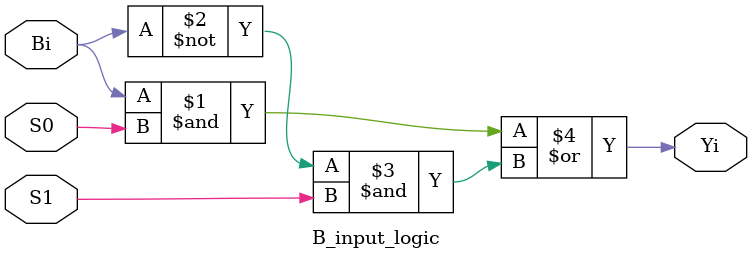
<source format=v>
module B_input_logic(output Yi,
                     input Bi,S0,S1);
	assign Yi = (Bi & S0) | (~Bi & S1);
endmodule

</source>
